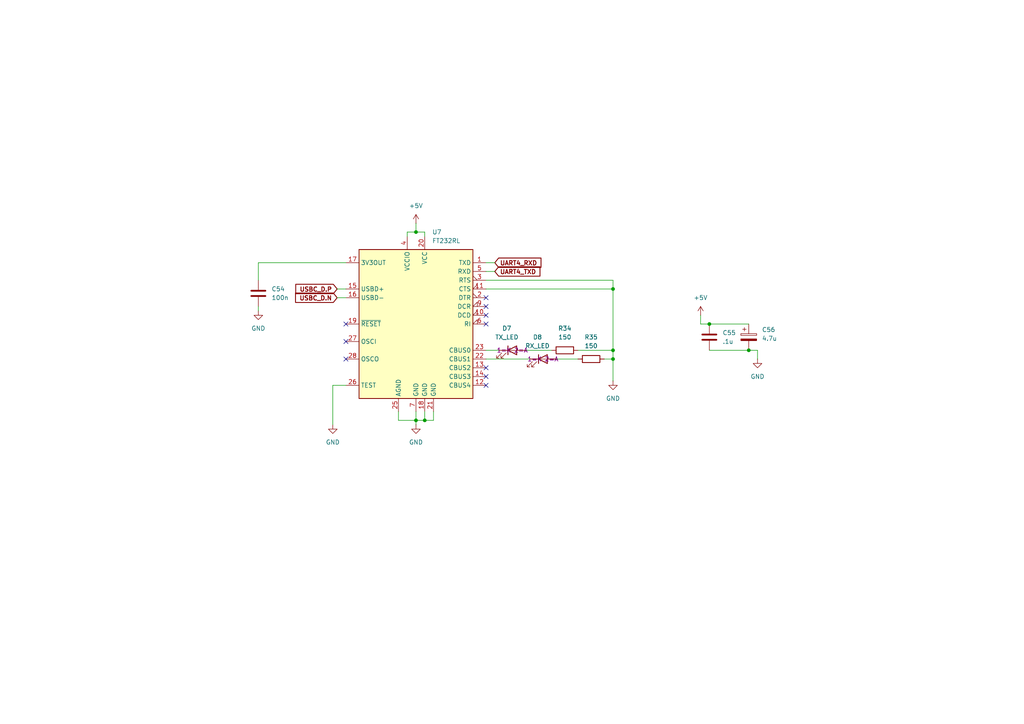
<source format=kicad_sch>
(kicad_sch (version 20250114) (generator "eeschema") (generator_version "9.0")
  (paper "A4")
  (lib_symbols
    (symbol "Device:C" (pin_numbers (hide yes)) (pin_names (offset 0.254))
      (property "Reference" "C" (at 0.635 2.54 0))
      (property "Value" "C" (at 0.635 -2.54 0))
      (symbol "C_0_1"
        (polyline (pts (xy -2.032 0.762) (xy 2.032 0.762)) (stroke (width 0.508)))
        (polyline (pts (xy -2.032 -0.762) (xy 2.032 -0.762)) (stroke (width 0.508)))
      )
      (symbol "C_1_1"
        (pin passive line (at 0 3.81 270) (length 2.794) (name "~") (number "1"))
        (pin passive line (at 0 -3.81 90) (length 2.794) (name "~") (number "2"))
      )
    )
    (symbol "Device:C_Polarized" (pin_numbers (hide yes)) (pin_names (offset 0.254))
      (property "Reference" "C" (at 0.635 2.54 0))
      (property "Value" "C_Polarized" (at 0.635 -2.54 0))
      (symbol "C_Polarized_0_1"
        (rectangle (start -2.286 0.508) (end 2.286 1.016))
        (polyline (pts (xy -1.778 2.286) (xy -0.762 2.286)))
        (polyline (pts (xy -1.27 2.794) (xy -1.27 1.778)))
        (rectangle (start 2.286 -0.508) (end -2.286 -1.016) (fill (type outline)))
      )
      (symbol "C_Polarized_1_1"
        (pin passive line (at 0 3.81 270) (length 2.794) (name "~") (number "1"))
        (pin passive line (at 0 -3.81 90) (length 2.794) (name "~") (number "2"))
      )
    )
    (symbol "Device:LED" (pin_numbers (hide yes)) (pin_names (offset 1.016) (hide yes))
      (property "Reference" "D" (at 0 2.54 0))
      (property "Value" "LED" (at 0 -2.54 0))
      (symbol "LED_0_1"
        (polyline (pts (xy -3.048 -0.762) (xy -4.572 -2.286) (xy -3.81 -2.286) (xy -4.572 -2.286) (xy -4.572 -1.524)))
        (polyline (pts (xy -1.778 -0.762) (xy -3.302 -2.286) (xy -2.54 -2.286) (xy -3.302 -2.286) (xy -3.302 -1.524)))
        (polyline (pts (xy -1.27 0) (xy 1.27 0)))
        (polyline (pts (xy -1.27 -1.27) (xy -1.27 1.27)) (stroke (width 0.254)))
        (polyline (pts (xy 1.27 -1.27) (xy 1.27 1.27) (xy -1.27 0) (xy 1.27 -1.27)) (stroke (width 0.254)))
      )
      (symbol "LED_1_1"
        (pin passive line (at -3.81 0 0) (length 2.54) (name "K") (number "1"))
        (pin passive line (at 3.81 0 180) (length 2.54) (name "A") (number "2"))
      )
    )
    (symbol "Device:R" (pin_numbers (hide yes)) (pin_names (offset 0))
      (property "Reference" "R" (at 2.032 0 90))
      (property "Value" "R" (at 0 0 90))
      (symbol "R_0_1"
        (rectangle (start -1.016 -2.54) (end 1.016 2.54) (stroke (width 0.254)))
      )
      (symbol "R_1_1"
        (pin passive line (at 0 3.81 270) (length 1.27) (name "~") (number "1"))
        (pin passive line (at 0 -3.81 90) (length 1.27) (name "~") (number "2"))
      )
    )
    (symbol "Interface_USB:FT232RL"
      (property "Reference" "U" (at -16.51 22.86 0))
      (property "Value" "FT232RL" (at 10.16 22.86 0))
      (symbol "FT232RL_0_1"
        (rectangle (start -16.51 21.59) (end 16.51 -21.59) (stroke (width 0.254)) (fill (type background)))
      )
      (symbol "FT232RL_1_1"
        (pin power_out line (at -20.32 17.78 0) (length 3.81) (name "3V3OUT") (number "17"))
        (pin bidirectional line (at -20.32 10.16 0) (length 3.81) (name "USBD+") (number "15"))
        (pin bidirectional line (at -20.32 7.62 0) (length 3.81) (name "USBD-") (number "16"))
        (pin input line (at -20.32 0 0) (length 3.81) (name "~{RESET}") (number "19"))
        (pin input line (at -20.32 -5.08 0) (length 3.81) (name "OSCI") (number "27"))
        (pin output line (at -20.32 -10.16 0) (length 3.81) (name "OSCO") (number "28"))
        (pin input line (at -20.32 -17.78 0) (length 3.81) (name "TEST") (number "26"))
        (pin power_in line (at -5.08 -25.4 90) (length 3.81) (name "AGND") (number "25"))
        (pin power_in line (at -2.54 25.4 270) (length 3.81) (name "VCCIO") (number "4"))
        (pin power_in line (at 0 -25.4 90) (length 3.81) (name "GND") (number "7"))
        (pin power_in line (at 2.54 25.4 270) (length 3.81) (name "VCC") (number "20"))
        (pin power_in line (at 2.54 -25.4 90) (length 3.81) (name "GND") (number "18"))
        (pin power_in line (at 5.08 -25.4 90) (length 3.81) (name "GND") (number "21"))
        (pin output line (at 20.32 17.78 180) (length 3.81) (name "TXD") (number "1"))
        (pin input line (at 20.32 15.24 180) (length 3.81) (name "RXD") (number "5"))
        (pin output output_low (at 20.32 12.7 180) (length 3.81) (name "RTS") (number "3"))
        (pin input input_low (at 20.32 10.16 180) (length 3.81) (name "CTS") (number "11"))
        (pin output output_low (at 20.32 7.62 180) (length 3.81) (name "DTR") (number "2"))
        (pin input input_low (at 20.32 5.08 180) (length 3.81) (name "DCR") (number "9"))
        (pin input input_low (at 20.32 2.54 180) (length 3.81) (name "DCD") (number "10"))
        (pin input input_low (at 20.32 0 180) (length 3.81) (name "RI") (number "6"))
        (pin bidirectional line (at 20.32 -7.62 180) (length 3.81) (name "CBUS0") (number "23"))
        (pin bidirectional line (at 20.32 -10.16 180) (length 3.81) (name "CBUS1") (number "22"))
        (pin bidirectional line (at 20.32 -12.7 180) (length 3.81) (name "CBUS2") (number "13"))
        (pin bidirectional line (at 20.32 -15.24 180) (length 3.81) (name "CBUS3") (number "14"))
        (pin bidirectional line (at 20.32 -17.78 180) (length 3.81) (name "CBUS4") (number "12"))
      )
    )
    (symbol "power:+5V" (power) (pin_numbers (hide yes)) (pin_names (offset 0) (hide yes))
      (property "Value" "+5V" (at 0 3.556 0))
      (symbol "+5V_0_1"
        (polyline (pts (xy -0.762 1.27) (xy 0 2.54)))
        (polyline (pts (xy 0 2.54) (xy 0.762 1.27)))
        (polyline (pts (xy 0 0) (xy 0 2.54)))
      )
      (symbol "+5V_1_1"
        (pin power_in line (at 0 0 90) (length 0) (name "~") (number "1"))
      )
    )
    (symbol "power:GND" (power) (pin_numbers (hide yes)) (pin_names (offset 0) (hide yes))
      (property "Value" "GND" (at 0 -3.81 0))
      (symbol "GND_0_1"
        (polyline (pts (xy 0 0) (xy 0 -1.27) (xy 1.27 -1.27) (xy 0 -2.54) (xy -1.27 -1.27) (xy 0 -1.27)))
      )
      (symbol "GND_1_1"
        (pin power_in line (at 0 0 270) (length 0) (name "~") (number "1"))
      )
    )
  )
  (junction (at 120.65 67.31))
  (junction (at 123.19 121.92))
  (junction (at 120.65 121.92))
  (junction (at 205.74 93.98))
  (junction (at 177.8 101.6))
  (junction (at 177.8 83.82))
  (junction (at 217.17 101.6))
  (junction (at 177.8 104.14))
  (no_connect (at 140.97 91.44))
  (no_connect (at 100.33 104.14))
  (no_connect (at 100.33 99.06))
  (no_connect (at 140.97 88.9))
  (no_connect (at 140.97 93.98))
  (no_connect (at 140.97 86.36))
  (no_connect (at 140.97 111.76))
  (no_connect (at 140.97 109.22))
  (no_connect (at 140.97 106.68))
  (no_connect (at 100.33 93.98))
  (wire (pts (xy 177.8 81.28) (xy 177.8 83.82)))
  (wire (pts (xy 140.97 101.6) (xy 144.78 101.6)))
  (wire (pts (xy 74.93 81.28) (xy 74.93 76.2)))
  (wire (pts (xy 120.65 119.38) (xy 120.65 121.92)))
  (wire (pts (xy 177.8 104.14) (xy 177.8 110.49)))
  (wire (pts (xy 217.17 101.6) (xy 219.71 101.6)))
  (wire (pts (xy 96.52 111.76) (xy 100.33 111.76)))
  (wire (pts (xy 125.73 119.38) (xy 125.73 121.92)))
  (wire (pts (xy 96.52 123.19) (xy 96.52 111.76)))
  (wire (pts (xy 140.97 78.74) (xy 143.51 78.74)))
  (wire (pts (xy 115.57 121.92) (xy 120.65 121.92)))
  (wire (pts (xy 123.19 119.38) (xy 123.19 121.92)))
  (wire (pts (xy 74.93 76.2) (xy 100.33 76.2)))
  (wire (pts (xy 123.19 68.58) (xy 123.19 67.31)))
  (wire (pts (xy 205.74 93.98) (xy 217.17 93.98)))
  (wire (pts (xy 205.74 101.6) (xy 217.17 101.6)))
  (wire (pts (xy 74.93 90.17) (xy 74.93 88.9)))
  (wire (pts (xy 140.97 104.14) (xy 153.67 104.14)))
  (wire (pts (xy 125.73 121.92) (xy 123.19 121.92)))
  (wire (pts (xy 120.65 121.92) (xy 120.65 123.19)))
  (wire (pts (xy 118.11 68.58) (xy 118.11 67.31)))
  (wire (pts (xy 203.2 93.98) (xy 205.74 93.98)))
  (wire (pts (xy 97.79 83.82) (xy 100.33 83.82)))
  (wire (pts (xy 115.57 119.38) (xy 115.57 121.92)))
  (wire (pts (xy 140.97 81.28) (xy 177.8 81.28)))
  (wire (pts (xy 177.8 83.82) (xy 177.8 101.6)))
  (wire (pts (xy 161.29 104.14) (xy 167.64 104.14)))
  (wire (pts (xy 177.8 101.6) (xy 177.8 104.14)))
  (wire (pts (xy 175.26 104.14) (xy 177.8 104.14)))
  (wire (pts (xy 167.64 101.6) (xy 177.8 101.6)))
  (wire (pts (xy 97.79 86.36) (xy 100.33 86.36)))
  (wire (pts (xy 203.2 91.44) (xy 203.2 93.98)))
  (wire (pts (xy 120.65 67.31) (xy 120.65 64.77)))
  (wire (pts (xy 152.4 101.6) (xy 160.02 101.6)))
  (wire (pts (xy 140.97 76.2) (xy 143.51 76.2)))
  (wire (pts (xy 118.11 67.31) (xy 120.65 67.31)))
  (wire (pts (xy 219.71 101.6) (xy 219.71 104.14)))
  (wire (pts (xy 140.97 83.82) (xy 177.8 83.82)))
  (wire (pts (xy 120.65 121.92) (xy 123.19 121.92)))
  (wire (pts (xy 123.19 67.31) (xy 120.65 67.31)))
  (global_label "USBC_D.N" (shape input) (at 97.79 86.36 180) (effects (font (thickness 0.254) (bold yes))) (property "Intersheetrefs" "${INTERSHEET_REFS}" (effects (hide yes))))
  (global_label "UART4_RXD" (shape input) (at 143.51 76.2 0) (effects (font (thickness 0.254) (bold yes))) (property "Intersheetrefs" "${INTERSHEET_REFS}" (effects (hide yes))))
  (global_label "UART4_TXD" (shape input) (at 143.51 78.74 0) (effects (font (thickness 0.254) (bold yes))) (property "Intersheetrefs" "${INTERSHEET_REFS}" (effects (hide yes))))
  (global_label "USBC_D.P" (shape input) (at 97.79 83.82 180) (effects (font (thickness 0.254) (bold yes))) (property "Intersheetrefs" "${INTERSHEET_REFS}" (effects (hide yes))))
  (symbol (lib_id "Device:C") (at 74.93 85.09 0) (unit 1)
    (property "Reference" "C54" (at 78.74 83.8199 0) (effects (justify left)))
    (property "Value" "100n" (at 78.74 86.3599 0) (effects (justify left)))
    (property "Footprint" "Capacitor_SMD:C_0603_1608Metric" (effects (hide yes)))
    (property "Description" "Unpolarized capacitor" (effects (hide yes)))
  )
  (symbol (lib_id "power:+5V") (at 203.2 91.44 0) (unit 1)
    (property "Reference" "#PWR070" (effects (hide yes)))
    (property "Value" "+5V" (at 203.2 86.36 0))
    (property "Description" "Power symbol creates a global label with name \"+5V\"" (effects (hide yes)))
  )
  (symbol (lib_id "Device:R") (at 171.45 104.14 90) (unit 1)
    (property "Reference" "R35" (at 171.45 97.79 90))
    (property "Value" "150" (at 171.45 100.33 90))
    (property "Footprint" "Resistor_SMD:R_0603_1608Metric" (effects (hide yes)))
    (property "Description" "Resistor" (effects (hide yes)))
  )
  (symbol (lib_id "Device:C") (at 205.74 97.79 0) (unit 1)
    (property "Reference" "C55" (at 209.55 96.5199 0) (effects (justify left)))
    (property "Value" ".1u" (at 209.55 99.0599 0) (effects (justify left)))
    (property "Footprint" "Capacitor_SMD:C_0603_1608Metric" (effects (hide yes)))
    (property "Description" "Unpolarized capacitor" (effects (hide yes)))
  )
  (symbol (lib_id "Device:LED") (at 157.48 104.14 0) (unit 1)
    (property "Reference" "D8" (at 155.8925 97.79 0))
    (property "Value" "RX_LED" (at 155.8925 100.33 0))
    (property "Footprint" "LED_SMD:LED_0603_1608Metric" (effects (hide yes)))
    (property "Description" "Light emitting diode" (effects (hide yes)))
    (property "Sim.Pins" "1=K 2=A" (at 157.48 104.14 0))
  )
  (symbol (lib_id "power:GND") (at 96.52 123.19 0) (unit 1)
    (property "Reference" "#PWR066" (effects (hide yes)))
    (property "Value" "GND" (at 96.52 128.27 0))
    (property "Description" "Power symbol creates a global label with name \"GND\" , ground" (effects (hide yes)))
  )
  (symbol (lib_id "Device:R") (at 163.83 101.6 90) (unit 1)
    (property "Reference" "R34" (at 163.83 95.25 90))
    (property "Value" "150" (at 163.83 97.79 90))
    (property "Footprint" "Resistor_SMD:R_0603_1608Metric" (effects (hide yes)))
    (property "Description" "Resistor" (effects (hide yes)))
  )
  (symbol (lib_id "Device:LED") (at 148.59 101.6 0) (unit 1)
    (property "Reference" "D7" (at 147.0025 95.25 0))
    (property "Value" "TX_LED" (at 147.0025 97.79 0))
    (property "Footprint" "LED_SMD:LED_0603_1608Metric" (effects (hide yes)))
    (property "Description" "Light emitting diode" (effects (hide yes)))
    (property "Sim.Pins" "1=K 2=A" (at 148.59 101.6 0))
  )
  (symbol (lib_id "power:GND") (at 219.71 104.14 0) (unit 1)
    (property "Reference" "#PWR071" (effects (hide yes)))
    (property "Value" "GND" (at 219.71 109.22 0))
    (property "Description" "Power symbol creates a global label with name \"GND\" , ground" (effects (hide yes)))
  )
  (symbol (lib_id "power:GND") (at 74.93 90.17 0) (unit 1)
    (property "Reference" "#PWR065" (effects (hide yes)))
    (property "Value" "GND" (at 74.93 95.25 0))
    (property "Description" "Power symbol creates a global label with name \"GND\" , ground" (effects (hide yes)))
  )
  (symbol (lib_id "power:GND") (at 177.8 110.49 0) (unit 1)
    (property "Reference" "#PWR069" (effects (hide yes)))
    (property "Value" "GND" (at 177.8 115.57 0))
    (property "Description" "Power symbol creates a global label with name \"GND\" , ground" (effects (hide yes)))
  )
  (symbol (lib_id "Interface_USB:FT232RL") (at 120.65 93.98 0) (unit 1)
    (property "Reference" "U7" (at 125.3333 67.31 0) (effects (justify left)))
    (property "Value" "FT232RL" (at 125.3333 69.85 0) (effects (justify left)))
    (property "Footprint" "Package_SO:SSOP-28_5.3x10.2mm_P0.65mm" (effects (hide yes)))
    (property "Datasheet" "https://www.ftdichip.com/Support/Documents/DataSheets/ICs/DS_FT232R.pdf" (effects (hide yes)))
    (property "Description" "USB to Serial Interface, SSOP-28" (effects (hide yes)))
  )
  (symbol (lib_id "power:GND") (at 120.65 123.19 0) (unit 1)
    (property "Reference" "#PWR068" (effects (hide yes)))
    (property "Value" "GND" (at 120.65 128.27 0))
    (property "Description" "Power symbol creates a global label with name \"GND\" , ground" (effects (hide yes)))
  )
  (symbol (lib_id "Device:C_Polarized") (at 217.17 97.79 0) (unit 1)
    (property "Reference" "C56" (at 220.98 95.6309 0) (effects (justify left)))
    (property "Value" "4.7u" (at 220.98 98.1709 0) (effects (justify left)))
    (property "Footprint" "Capacitor_SMD:CP_Elec_6.3x7.7" (effects (hide yes)))
    (property "Description" "Polarized capacitor" (effects (hide yes)))
  )
  (symbol (lib_id "power:+5V") (at 120.65 64.77 0) (unit 1)
    (property "Reference" "#PWR067" (effects (hide yes)))
    (property "Value" "+5V" (at 120.65 59.69 0))
    (property "Description" "Power symbol creates a global label with name \"+5V\"" (effects (hide yes)))
  )
)
</source>
